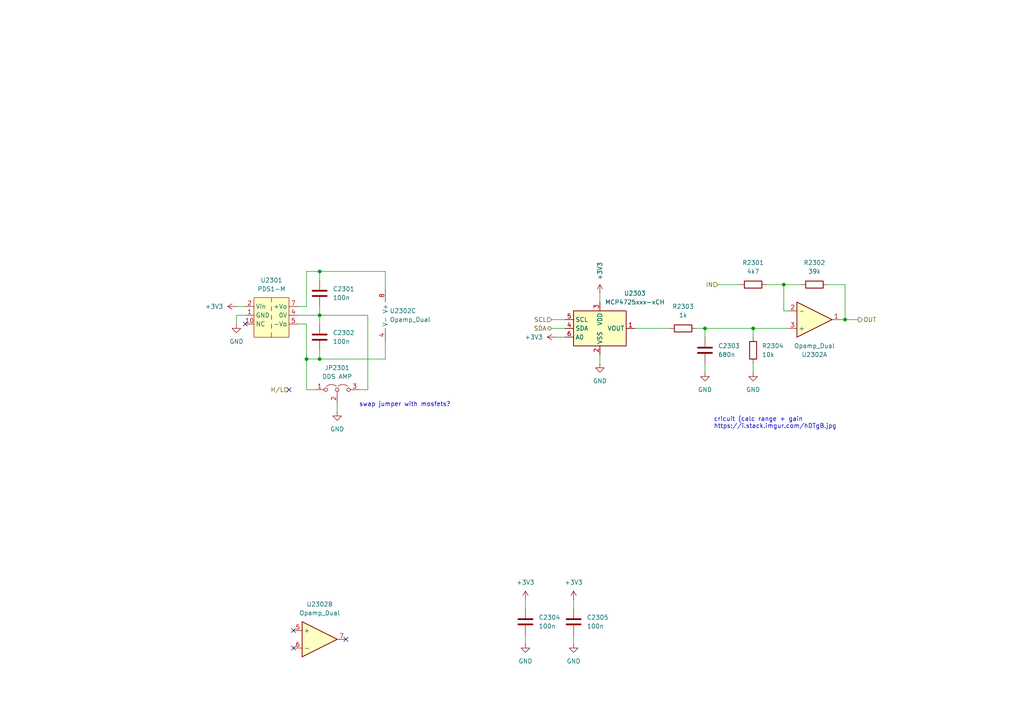
<source format=kicad_sch>
(kicad_sch (version 20211123) (generator eeschema)

  (uuid 475a3c21-f05e-458a-b672-87bd6ba12ab9)

  (paper "A4")

  (lib_symbols
    (symbol "Analog_DAC:MCP4725xxx-xCH" (in_bom yes) (on_board yes)
      (property "Reference" "U" (id 0) (at -6.35 6.35 0)
        (effects (font (size 1.27 1.27)))
      )
      (property "Value" "MCP4725xxx-xCH" (id 1) (at 8.89 6.35 0)
        (effects (font (size 1.27 1.27)))
      )
      (property "Footprint" "Package_TO_SOT_SMD:SOT-23-6" (id 2) (at 0 -6.35 0)
        (effects (font (size 1.27 1.27)) hide)
      )
      (property "Datasheet" "http://ww1.microchip.com/downloads/en/DeviceDoc/22039d.pdf" (id 3) (at 0 0 0)
        (effects (font (size 1.27 1.27)) hide)
      )
      (property "ki_keywords" "dac twi" (id 4) (at 0 0 0)
        (effects (font (size 1.27 1.27)) hide)
      )
      (property "ki_description" "12-bit Digital-to-Analog Converter, integrated EEPROM, I2C interface, SOT-23-6" (id 5) (at 0 0 0)
        (effects (font (size 1.27 1.27)) hide)
      )
      (property "ki_fp_filters" "SOT?23*" (id 6) (at 0 0 0)
        (effects (font (size 1.27 1.27)) hide)
      )
      (symbol "MCP4725xxx-xCH_0_1"
        (rectangle (start -7.62 5.08) (end 7.62 -5.08)
          (stroke (width 0.254) (type default) (color 0 0 0 0))
          (fill (type background))
        )
      )
      (symbol "MCP4725xxx-xCH_1_1"
        (pin output line (at 10.16 0 180) (length 2.54)
          (name "VOUT" (effects (font (size 1.27 1.27))))
          (number "1" (effects (font (size 1.27 1.27))))
        )
        (pin power_in line (at 0 -7.62 90) (length 2.54)
          (name "VSS" (effects (font (size 1.27 1.27))))
          (number "2" (effects (font (size 1.27 1.27))))
        )
        (pin power_in line (at 0 7.62 270) (length 2.54)
          (name "VDD" (effects (font (size 1.27 1.27))))
          (number "3" (effects (font (size 1.27 1.27))))
        )
        (pin bidirectional line (at -10.16 0 0) (length 2.54)
          (name "SDA" (effects (font (size 1.27 1.27))))
          (number "4" (effects (font (size 1.27 1.27))))
        )
        (pin input line (at -10.16 2.54 0) (length 2.54)
          (name "SCL" (effects (font (size 1.27 1.27))))
          (number "5" (effects (font (size 1.27 1.27))))
        )
        (pin input line (at -10.16 -2.54 0) (length 2.54)
          (name "A0" (effects (font (size 1.27 1.27))))
          (number "6" (effects (font (size 1.27 1.27))))
        )
      )
    )
    (symbol "Device:C" (pin_numbers hide) (pin_names (offset 0.254)) (in_bom yes) (on_board yes)
      (property "Reference" "C" (id 0) (at 0.635 2.54 0)
        (effects (font (size 1.27 1.27)) (justify left))
      )
      (property "Value" "C" (id 1) (at 0.635 -2.54 0)
        (effects (font (size 1.27 1.27)) (justify left))
      )
      (property "Footprint" "" (id 2) (at 0.9652 -3.81 0)
        (effects (font (size 1.27 1.27)) hide)
      )
      (property "Datasheet" "~" (id 3) (at 0 0 0)
        (effects (font (size 1.27 1.27)) hide)
      )
      (property "ki_keywords" "cap capacitor" (id 4) (at 0 0 0)
        (effects (font (size 1.27 1.27)) hide)
      )
      (property "ki_description" "Unpolarized capacitor" (id 5) (at 0 0 0)
        (effects (font (size 1.27 1.27)) hide)
      )
      (property "ki_fp_filters" "C_*" (id 6) (at 0 0 0)
        (effects (font (size 1.27 1.27)) hide)
      )
      (symbol "C_0_1"
        (polyline
          (pts
            (xy -2.032 -0.762)
            (xy 2.032 -0.762)
          )
          (stroke (width 0.508) (type default) (color 0 0 0 0))
          (fill (type none))
        )
        (polyline
          (pts
            (xy -2.032 0.762)
            (xy 2.032 0.762)
          )
          (stroke (width 0.508) (type default) (color 0 0 0 0))
          (fill (type none))
        )
      )
      (symbol "C_1_1"
        (pin passive line (at 0 3.81 270) (length 2.794)
          (name "~" (effects (font (size 1.27 1.27))))
          (number "1" (effects (font (size 1.27 1.27))))
        )
        (pin passive line (at 0 -3.81 90) (length 2.794)
          (name "~" (effects (font (size 1.27 1.27))))
          (number "2" (effects (font (size 1.27 1.27))))
        )
      )
    )
    (symbol "Device:Opamp_Dual" (in_bom yes) (on_board yes)
      (property "Reference" "U" (id 0) (at 0 5.08 0)
        (effects (font (size 1.27 1.27)) (justify left))
      )
      (property "Value" "Opamp_Dual" (id 1) (at 0 -5.08 0)
        (effects (font (size 1.27 1.27)) (justify left))
      )
      (property "Footprint" "" (id 2) (at 0 0 0)
        (effects (font (size 1.27 1.27)) hide)
      )
      (property "Datasheet" "~" (id 3) (at 0 0 0)
        (effects (font (size 1.27 1.27)) hide)
      )
      (property "ki_locked" "" (id 4) (at 0 0 0)
        (effects (font (size 1.27 1.27)))
      )
      (property "ki_keywords" "dual opamp" (id 5) (at 0 0 0)
        (effects (font (size 1.27 1.27)) hide)
      )
      (property "ki_description" "Dual operational amplifier" (id 6) (at 0 0 0)
        (effects (font (size 1.27 1.27)) hide)
      )
      (property "ki_fp_filters" "SOIC*3.9x4.9mm*P1.27mm* DIP*W7.62mm* MSOP*3x3mm*P0.65mm* SSOP*2.95x2.8mm*P0.65mm* TSSOP*3x3mm*P0.65mm* VSSOP*P0.5mm* TO?99*" (id 7) (at 0 0 0)
        (effects (font (size 1.27 1.27)) hide)
      )
      (symbol "Opamp_Dual_1_1"
        (polyline
          (pts
            (xy -5.08 5.08)
            (xy 5.08 0)
            (xy -5.08 -5.08)
            (xy -5.08 5.08)
          )
          (stroke (width 0.254) (type default) (color 0 0 0 0))
          (fill (type background))
        )
        (pin output line (at 7.62 0 180) (length 2.54)
          (name "~" (effects (font (size 1.27 1.27))))
          (number "1" (effects (font (size 1.27 1.27))))
        )
        (pin input line (at -7.62 -2.54 0) (length 2.54)
          (name "-" (effects (font (size 1.27 1.27))))
          (number "2" (effects (font (size 1.27 1.27))))
        )
        (pin input line (at -7.62 2.54 0) (length 2.54)
          (name "+" (effects (font (size 1.27 1.27))))
          (number "3" (effects (font (size 1.27 1.27))))
        )
      )
      (symbol "Opamp_Dual_2_1"
        (polyline
          (pts
            (xy -5.08 5.08)
            (xy 5.08 0)
            (xy -5.08 -5.08)
            (xy -5.08 5.08)
          )
          (stroke (width 0.254) (type default) (color 0 0 0 0))
          (fill (type background))
        )
        (pin input line (at -7.62 2.54 0) (length 2.54)
          (name "+" (effects (font (size 1.27 1.27))))
          (number "5" (effects (font (size 1.27 1.27))))
        )
        (pin input line (at -7.62 -2.54 0) (length 2.54)
          (name "-" (effects (font (size 1.27 1.27))))
          (number "6" (effects (font (size 1.27 1.27))))
        )
        (pin output line (at 7.62 0 180) (length 2.54)
          (name "~" (effects (font (size 1.27 1.27))))
          (number "7" (effects (font (size 1.27 1.27))))
        )
      )
      (symbol "Opamp_Dual_3_1"
        (pin power_in line (at -2.54 -7.62 90) (length 3.81)
          (name "V-" (effects (font (size 1.27 1.27))))
          (number "4" (effects (font (size 1.27 1.27))))
        )
        (pin power_in line (at -2.54 7.62 270) (length 3.81)
          (name "V+" (effects (font (size 1.27 1.27))))
          (number "8" (effects (font (size 1.27 1.27))))
        )
      )
    )
    (symbol "Device:R" (pin_numbers hide) (pin_names (offset 0)) (in_bom yes) (on_board yes)
      (property "Reference" "R" (id 0) (at 2.032 0 90)
        (effects (font (size 1.27 1.27)))
      )
      (property "Value" "R" (id 1) (at 0 0 90)
        (effects (font (size 1.27 1.27)))
      )
      (property "Footprint" "" (id 2) (at -1.778 0 90)
        (effects (font (size 1.27 1.27)) hide)
      )
      (property "Datasheet" "~" (id 3) (at 0 0 0)
        (effects (font (size 1.27 1.27)) hide)
      )
      (property "ki_keywords" "R res resistor" (id 4) (at 0 0 0)
        (effects (font (size 1.27 1.27)) hide)
      )
      (property "ki_description" "Resistor" (id 5) (at 0 0 0)
        (effects (font (size 1.27 1.27)) hide)
      )
      (property "ki_fp_filters" "R_*" (id 6) (at 0 0 0)
        (effects (font (size 1.27 1.27)) hide)
      )
      (symbol "R_0_1"
        (rectangle (start -1.016 -2.54) (end 1.016 2.54)
          (stroke (width 0.254) (type default) (color 0 0 0 0))
          (fill (type none))
        )
      )
      (symbol "R_1_1"
        (pin passive line (at 0 3.81 270) (length 1.27)
          (name "~" (effects (font (size 1.27 1.27))))
          (number "1" (effects (font (size 1.27 1.27))))
        )
        (pin passive line (at 0 -3.81 90) (length 1.27)
          (name "~" (effects (font (size 1.27 1.27))))
          (number "2" (effects (font (size 1.27 1.27))))
        )
      )
    )
    (symbol "Jumper:Jumper_3_Open" (pin_names (offset 0) hide) (in_bom yes) (on_board yes)
      (property "Reference" "JP" (id 0) (at -2.54 -2.54 0)
        (effects (font (size 1.27 1.27)))
      )
      (property "Value" "Jumper_3_Open" (id 1) (at 0 2.794 0)
        (effects (font (size 1.27 1.27)))
      )
      (property "Footprint" "" (id 2) (at 0 0 0)
        (effects (font (size 1.27 1.27)) hide)
      )
      (property "Datasheet" "~" (id 3) (at 0 0 0)
        (effects (font (size 1.27 1.27)) hide)
      )
      (property "ki_keywords" "Jumper SPDT" (id 4) (at 0 0 0)
        (effects (font (size 1.27 1.27)) hide)
      )
      (property "ki_description" "Jumper, 3-pole, both open" (id 5) (at 0 0 0)
        (effects (font (size 1.27 1.27)) hide)
      )
      (property "ki_fp_filters" "Jumper* TestPoint*3Pads* TestPoint*Bridge*" (id 6) (at 0 0 0)
        (effects (font (size 1.27 1.27)) hide)
      )
      (symbol "Jumper_3_Open_0_0"
        (circle (center -3.302 0) (radius 0.508)
          (stroke (width 0) (type default) (color 0 0 0 0))
          (fill (type none))
        )
        (circle (center 0 0) (radius 0.508)
          (stroke (width 0) (type default) (color 0 0 0 0))
          (fill (type none))
        )
        (circle (center 3.302 0) (radius 0.508)
          (stroke (width 0) (type default) (color 0 0 0 0))
          (fill (type none))
        )
      )
      (symbol "Jumper_3_Open_0_1"
        (arc (start -0.254 1.016) (mid -1.651 1.4992) (end -3.048 1.016)
          (stroke (width 0) (type default) (color 0 0 0 0))
          (fill (type none))
        )
        (polyline
          (pts
            (xy 0 -0.508)
            (xy 0 -1.27)
          )
          (stroke (width 0) (type default) (color 0 0 0 0))
          (fill (type none))
        )
        (arc (start 3.048 1.016) (mid 1.651 1.4992) (end 0.254 1.016)
          (stroke (width 0) (type default) (color 0 0 0 0))
          (fill (type none))
        )
      )
      (symbol "Jumper_3_Open_1_1"
        (pin passive line (at -6.35 0 0) (length 2.54)
          (name "A" (effects (font (size 1.27 1.27))))
          (number "1" (effects (font (size 1.27 1.27))))
        )
        (pin passive line (at 0 -3.81 90) (length 2.54)
          (name "C" (effects (font (size 1.27 1.27))))
          (number "2" (effects (font (size 1.27 1.27))))
        )
        (pin passive line (at 6.35 0 180) (length 2.54)
          (name "B" (effects (font (size 1.27 1.27))))
          (number "3" (effects (font (size 1.27 1.27))))
        )
      )
    )
    (symbol "XL6009:PDS1-M" (in_bom yes) (on_board yes)
      (property "Reference" "U" (id 0) (at 0 8.89 0)
        (effects (font (size 1.27 1.27)))
      )
      (property "Value" "PDS1-M" (id 1) (at 0 6.35 0)
        (effects (font (size 1.27 1.27)))
      )
      (property "Footprint" "" (id 2) (at 0 6.35 0)
        (effects (font (size 1.27 1.27)) hide)
      )
      (property "Datasheet" "" (id 3) (at 0 6.35 0)
        (effects (font (size 1.27 1.27)) hide)
      )
      (symbol "PDS1-M_0_1"
        (rectangle (start -5.08 5.08) (end 5.08 -6.35)
          (stroke (width 0) (type default) (color 0 0 0 0))
          (fill (type background))
        )
        (polyline
          (pts
            (xy 0 -5.08)
            (xy 0 -6.35)
          )
          (stroke (width 0) (type default) (color 0 0 0 0))
          (fill (type none))
        )
        (polyline
          (pts
            (xy 0 -2.54)
            (xy 0 -3.81)
          )
          (stroke (width 0) (type default) (color 0 0 0 0))
          (fill (type none))
        )
        (polyline
          (pts
            (xy 0 0)
            (xy 0 -1.27)
          )
          (stroke (width 0) (type default) (color 0 0 0 0))
          (fill (type none))
        )
        (polyline
          (pts
            (xy 0 2.54)
            (xy 0 1.27)
          )
          (stroke (width 0) (type default) (color 0 0 0 0))
          (fill (type none))
        )
        (polyline
          (pts
            (xy 0 5.08)
            (xy 0 3.81)
          )
          (stroke (width 0) (type default) (color 0 0 0 0))
          (fill (type none))
        )
      )
      (symbol "PDS1-M_1_1"
        (pin input line (at -7.62 0 0) (length 2.54)
          (name "GND" (effects (font (size 1.27 1.27))))
          (number "1" (effects (font (size 1.27 1.27))))
        )
        (pin passive line (at -7.62 -2.54 0) (length 2.54)
          (name "NC" (effects (font (size 1.27 1.27))))
          (number "10" (effects (font (size 1.27 1.27))))
        )
        (pin power_in line (at -7.62 2.54 0) (length 2.54)
          (name "Vin" (effects (font (size 1.27 1.27))))
          (number "2" (effects (font (size 1.27 1.27))))
        )
        (pin power_out line (at 7.62 0 180) (length 2.54)
          (name "0V" (effects (font (size 1.27 1.27))))
          (number "4" (effects (font (size 1.27 1.27))))
        )
        (pin power_out line (at 7.62 -2.54 180) (length 2.54)
          (name "-Vo" (effects (font (size 1.27 1.27))))
          (number "5" (effects (font (size 1.27 1.27))))
        )
        (pin power_out line (at 7.62 2.54 180) (length 2.54)
          (name "+Vo" (effects (font (size 1.27 1.27))))
          (number "7" (effects (font (size 1.27 1.27))))
        )
      )
    )
    (symbol "power:+3V3" (power) (pin_names (offset 0)) (in_bom yes) (on_board yes)
      (property "Reference" "#PWR" (id 0) (at 0 -3.81 0)
        (effects (font (size 1.27 1.27)) hide)
      )
      (property "Value" "+3V3" (id 1) (at 0 3.556 0)
        (effects (font (size 1.27 1.27)))
      )
      (property "Footprint" "" (id 2) (at 0 0 0)
        (effects (font (size 1.27 1.27)) hide)
      )
      (property "Datasheet" "" (id 3) (at 0 0 0)
        (effects (font (size 1.27 1.27)) hide)
      )
      (property "ki_keywords" "power-flag" (id 4) (at 0 0 0)
        (effects (font (size 1.27 1.27)) hide)
      )
      (property "ki_description" "Power symbol creates a global label with name \"+3V3\"" (id 5) (at 0 0 0)
        (effects (font (size 1.27 1.27)) hide)
      )
      (symbol "+3V3_0_1"
        (polyline
          (pts
            (xy -0.762 1.27)
            (xy 0 2.54)
          )
          (stroke (width 0) (type default) (color 0 0 0 0))
          (fill (type none))
        )
        (polyline
          (pts
            (xy 0 0)
            (xy 0 2.54)
          )
          (stroke (width 0) (type default) (color 0 0 0 0))
          (fill (type none))
        )
        (polyline
          (pts
            (xy 0 2.54)
            (xy 0.762 1.27)
          )
          (stroke (width 0) (type default) (color 0 0 0 0))
          (fill (type none))
        )
      )
      (symbol "+3V3_1_1"
        (pin power_in line (at 0 0 90) (length 0) hide
          (name "+3V3" (effects (font (size 1.27 1.27))))
          (number "1" (effects (font (size 1.27 1.27))))
        )
      )
    )
    (symbol "power:GND" (power) (pin_names (offset 0)) (in_bom yes) (on_board yes)
      (property "Reference" "#PWR" (id 0) (at 0 -6.35 0)
        (effects (font (size 1.27 1.27)) hide)
      )
      (property "Value" "GND" (id 1) (at 0 -3.81 0)
        (effects (font (size 1.27 1.27)))
      )
      (property "Footprint" "" (id 2) (at 0 0 0)
        (effects (font (size 1.27 1.27)) hide)
      )
      (property "Datasheet" "" (id 3) (at 0 0 0)
        (effects (font (size 1.27 1.27)) hide)
      )
      (property "ki_keywords" "power-flag" (id 4) (at 0 0 0)
        (effects (font (size 1.27 1.27)) hide)
      )
      (property "ki_description" "Power symbol creates a global label with name \"GND\" , ground" (id 5) (at 0 0 0)
        (effects (font (size 1.27 1.27)) hide)
      )
      (symbol "GND_0_1"
        (polyline
          (pts
            (xy 0 0)
            (xy 0 -1.27)
            (xy 1.27 -1.27)
            (xy 0 -2.54)
            (xy -1.27 -1.27)
            (xy 0 -1.27)
          )
          (stroke (width 0) (type default) (color 0 0 0 0))
          (fill (type none))
        )
      )
      (symbol "GND_1_1"
        (pin power_in line (at 0 0 270) (length 0) hide
          (name "GND" (effects (font (size 1.27 1.27))))
          (number "1" (effects (font (size 1.27 1.27))))
        )
      )
    )
  )


  (junction (at 245.11 92.71) (diameter 0) (color 0 0 0 0)
    (uuid 0194ec11-aee0-42be-aaae-b3ddbdf11a1b)
  )
  (junction (at 92.71 104.14) (diameter 0) (color 0 0 0 0)
    (uuid 50fc1c29-d361-43dd-a0fb-8c9fe60d0659)
  )
  (junction (at 204.47 95.25) (diameter 0) (color 0 0 0 0)
    (uuid 771fd330-5afb-4f1a-93d9-147bf1bc4eb9)
  )
  (junction (at 92.71 78.74) (diameter 0) (color 0 0 0 0)
    (uuid 80a147fb-6dbd-4b69-97d7-e1d0085fea02)
  )
  (junction (at 92.71 91.44) (diameter 0) (color 0 0 0 0)
    (uuid a7ab681e-ca75-4249-abe0-b974669dca95)
  )
  (junction (at 218.44 95.25) (diameter 0) (color 0 0 0 0)
    (uuid e8ba2b9b-f96c-42eb-8862-11b9ff2e875c)
  )
  (junction (at 88.9 104.14) (diameter 0) (color 0 0 0 0)
    (uuid ea0fa481-c460-47e0-bb8b-e8b9be8a3ca5)
  )
  (junction (at 227.33 82.55) (diameter 0) (color 0 0 0 0)
    (uuid f981e572-48c7-4643-95c2-4bc7f2d92585)
  )

  (no_connect (at 100.33 185.42) (uuid 4fd885cd-0832-4684-9f83-297aa008128d))
  (no_connect (at 85.09 187.96) (uuid 4fd885cd-0832-4684-9f83-297aa008128e))
  (no_connect (at 85.09 182.88) (uuid 4fd885cd-0832-4684-9f83-297aa008128f))
  (no_connect (at 71.12 93.98) (uuid 99b659e4-b648-4dd6-afbc-b3c318c98c4f))
  (no_connect (at 83.82 113.03) (uuid b7cca04b-3f89-43d2-b471-ddb03d8bdb06))

  (wire (pts (xy 92.71 104.14) (xy 111.76 104.14))
    (stroke (width 0) (type default) (color 0 0 0 0))
    (uuid 077c587b-908a-4bf9-9f9d-db44338ef445)
  )
  (wire (pts (xy 68.58 93.98) (xy 68.58 91.44))
    (stroke (width 0) (type default) (color 0 0 0 0))
    (uuid 155f7ea7-40f1-4d2c-a1f1-f555a113cd0b)
  )
  (wire (pts (xy 184.15 95.25) (xy 194.31 95.25))
    (stroke (width 0) (type default) (color 0 0 0 0))
    (uuid 1631204c-99ee-4a0b-b8d6-29f43dd2d404)
  )
  (wire (pts (xy 88.9 78.74) (xy 92.71 78.74))
    (stroke (width 0) (type default) (color 0 0 0 0))
    (uuid 180641f5-927d-4f97-8464-eadd67f1971e)
  )
  (wire (pts (xy 201.93 95.25) (xy 204.47 95.25))
    (stroke (width 0) (type default) (color 0 0 0 0))
    (uuid 1ce4c51c-3576-46e5-8178-a9dfa6fe5154)
  )
  (wire (pts (xy 88.9 93.98) (xy 88.9 104.14))
    (stroke (width 0) (type default) (color 0 0 0 0))
    (uuid 229be640-c774-436f-9078-1ca3a1697df7)
  )
  (wire (pts (xy 97.79 119.38) (xy 97.79 116.84))
    (stroke (width 0) (type default) (color 0 0 0 0))
    (uuid 22b0bbd0-23f7-4b1d-8fba-105afc5aaede)
  )
  (wire (pts (xy 152.4 173.99) (xy 152.4 176.53))
    (stroke (width 0) (type default) (color 0 0 0 0))
    (uuid 31f6ed0e-edcf-4350-b520-352eac81cdcf)
  )
  (wire (pts (xy 106.68 113.03) (xy 106.68 91.44))
    (stroke (width 0) (type default) (color 0 0 0 0))
    (uuid 351863ad-fbf0-46c9-946b-22ec28be7edb)
  )
  (wire (pts (xy 160.02 92.71) (xy 163.83 92.71))
    (stroke (width 0) (type default) (color 0 0 0 0))
    (uuid 38486017-69a5-4fcf-85f4-051df9d3f784)
  )
  (wire (pts (xy 92.71 91.44) (xy 92.71 88.9))
    (stroke (width 0) (type default) (color 0 0 0 0))
    (uuid 38e75689-26e2-4637-b1aa-16850bed893d)
  )
  (wire (pts (xy 245.11 82.55) (xy 245.11 92.71))
    (stroke (width 0) (type default) (color 0 0 0 0))
    (uuid 492af52f-2bca-44d2-bcea-136c8eef94c4)
  )
  (wire (pts (xy 92.71 78.74) (xy 92.71 81.28))
    (stroke (width 0) (type default) (color 0 0 0 0))
    (uuid 49e24e01-2c9d-428a-81f7-be20dd3ba23b)
  )
  (wire (pts (xy 68.58 88.9) (xy 71.12 88.9))
    (stroke (width 0) (type default) (color 0 0 0 0))
    (uuid 4cd5fb27-3e17-4307-8e5d-1555c252f7a3)
  )
  (wire (pts (xy 166.37 186.69) (xy 166.37 184.15))
    (stroke (width 0) (type default) (color 0 0 0 0))
    (uuid 55171f33-8127-44f3-bd99-8f436bff3187)
  )
  (wire (pts (xy 227.33 82.55) (xy 232.41 82.55))
    (stroke (width 0) (type default) (color 0 0 0 0))
    (uuid 5e9fa54c-737d-48c9-a9f8-e65645714b5c)
  )
  (wire (pts (xy 218.44 95.25) (xy 228.6 95.25))
    (stroke (width 0) (type default) (color 0 0 0 0))
    (uuid 6392e041-5aaa-44e3-b5d0-da005654746a)
  )
  (wire (pts (xy 218.44 107.95) (xy 218.44 105.41))
    (stroke (width 0) (type default) (color 0 0 0 0))
    (uuid 64c68a9d-c78a-4d11-a67d-90191660333c)
  )
  (wire (pts (xy 243.84 92.71) (xy 245.11 92.71))
    (stroke (width 0) (type default) (color 0 0 0 0))
    (uuid 65034e2b-7aa0-4ee9-a717-447e4d38bc29)
  )
  (wire (pts (xy 227.33 90.17) (xy 228.6 90.17))
    (stroke (width 0) (type default) (color 0 0 0 0))
    (uuid 6cd5cc54-c966-4302-bbbc-0a3ab093c5a8)
  )
  (wire (pts (xy 88.9 104.14) (xy 92.71 104.14))
    (stroke (width 0) (type default) (color 0 0 0 0))
    (uuid 6f0b2273-7f80-4a75-860a-71cd6ca5de1d)
  )
  (wire (pts (xy 227.33 90.17) (xy 227.33 82.55))
    (stroke (width 0) (type default) (color 0 0 0 0))
    (uuid 7274b676-e54c-4a54-adb4-cf82f43f0dd8)
  )
  (wire (pts (xy 152.4 186.69) (xy 152.4 184.15))
    (stroke (width 0) (type default) (color 0 0 0 0))
    (uuid 7b2a8a0b-550b-4a61-8404-ec362722e96d)
  )
  (wire (pts (xy 208.28 82.55) (xy 214.63 82.55))
    (stroke (width 0) (type default) (color 0 0 0 0))
    (uuid 7d0009fc-a443-46b2-8339-41964e8892f4)
  )
  (wire (pts (xy 86.36 88.9) (xy 88.9 88.9))
    (stroke (width 0) (type default) (color 0 0 0 0))
    (uuid 8357b905-b910-4fa9-afbe-2f572080d02d)
  )
  (wire (pts (xy 245.11 92.71) (xy 248.92 92.71))
    (stroke (width 0) (type default) (color 0 0 0 0))
    (uuid 89d6afc3-3212-4f56-bf37-27b5ec6d9afe)
  )
  (wire (pts (xy 222.25 82.55) (xy 227.33 82.55))
    (stroke (width 0) (type default) (color 0 0 0 0))
    (uuid 8dda3ed9-40aa-4ced-bf15-ad2cb911a1ac)
  )
  (wire (pts (xy 86.36 91.44) (xy 92.71 91.44))
    (stroke (width 0) (type default) (color 0 0 0 0))
    (uuid 8fd82605-8aff-4ee0-8a92-81f95504a88d)
  )
  (wire (pts (xy 204.47 107.95) (xy 204.47 105.41))
    (stroke (width 0) (type default) (color 0 0 0 0))
    (uuid 9a2db3da-af2d-48ef-91f4-463653d9fdf2)
  )
  (wire (pts (xy 204.47 95.25) (xy 218.44 95.25))
    (stroke (width 0) (type default) (color 0 0 0 0))
    (uuid 9b3f0cbe-4071-40aa-bf35-c41ab65d5dd5)
  )
  (wire (pts (xy 91.44 113.03) (xy 88.9 113.03))
    (stroke (width 0) (type default) (color 0 0 0 0))
    (uuid 9d40c6a2-2e61-49e4-9d76-402e4386f6fa)
  )
  (wire (pts (xy 86.36 93.98) (xy 88.9 93.98))
    (stroke (width 0) (type default) (color 0 0 0 0))
    (uuid 9e63bf19-8d16-4cbf-b14a-36fb3fadbefe)
  )
  (wire (pts (xy 92.71 91.44) (xy 92.71 93.98))
    (stroke (width 0) (type default) (color 0 0 0 0))
    (uuid a0f43a5d-d049-45d3-adf3-83c851154f2f)
  )
  (wire (pts (xy 160.02 95.25) (xy 163.83 95.25))
    (stroke (width 0) (type default) (color 0 0 0 0))
    (uuid a1ba98b6-35fe-415e-befb-9a634f4205ae)
  )
  (wire (pts (xy 204.47 95.25) (xy 204.47 97.79))
    (stroke (width 0) (type default) (color 0 0 0 0))
    (uuid ab409b03-f582-46b1-b221-e3c7c3313cd8)
  )
  (wire (pts (xy 173.99 105.41) (xy 173.99 102.87))
    (stroke (width 0) (type default) (color 0 0 0 0))
    (uuid ab42ebf7-0ee1-4e33-898c-15fccba78cc9)
  )
  (wire (pts (xy 173.99 85.09) (xy 173.99 87.63))
    (stroke (width 0) (type default) (color 0 0 0 0))
    (uuid b486f4d6-6426-459f-a7c2-9ccd7e21d096)
  )
  (wire (pts (xy 106.68 91.44) (xy 92.71 91.44))
    (stroke (width 0) (type default) (color 0 0 0 0))
    (uuid b8fc16dd-9228-45cb-a045-18377b6daa79)
  )
  (wire (pts (xy 104.14 113.03) (xy 106.68 113.03))
    (stroke (width 0) (type default) (color 0 0 0 0))
    (uuid bfa72d0e-44dc-4b40-bac8-d1c772eb8d64)
  )
  (wire (pts (xy 88.9 88.9) (xy 88.9 78.74))
    (stroke (width 0) (type default) (color 0 0 0 0))
    (uuid c21ff83b-3591-4b24-bbb4-8094337f6a13)
  )
  (wire (pts (xy 218.44 97.79) (xy 218.44 95.25))
    (stroke (width 0) (type default) (color 0 0 0 0))
    (uuid c432ed74-d3f9-4310-aa85-becda3938f53)
  )
  (wire (pts (xy 111.76 83.82) (xy 111.76 78.74))
    (stroke (width 0) (type default) (color 0 0 0 0))
    (uuid c78b906e-555d-422e-aac6-f1c265350787)
  )
  (wire (pts (xy 240.03 82.55) (xy 245.11 82.55))
    (stroke (width 0) (type default) (color 0 0 0 0))
    (uuid d78e99ef-b963-45ab-a0b0-bb79a7fa9871)
  )
  (wire (pts (xy 88.9 113.03) (xy 88.9 104.14))
    (stroke (width 0) (type default) (color 0 0 0 0))
    (uuid e837ba2f-f5d5-419c-8cbf-b23ae912602e)
  )
  (wire (pts (xy 68.58 91.44) (xy 71.12 91.44))
    (stroke (width 0) (type default) (color 0 0 0 0))
    (uuid f1b9d1e2-ee65-49d9-a998-28d5d4c14c56)
  )
  (wire (pts (xy 92.71 78.74) (xy 111.76 78.74))
    (stroke (width 0) (type default) (color 0 0 0 0))
    (uuid f24a0f5a-7ab0-4d66-848e-a9b8d3375a58)
  )
  (wire (pts (xy 166.37 173.99) (xy 166.37 176.53))
    (stroke (width 0) (type default) (color 0 0 0 0))
    (uuid f56b9ba4-7775-491d-9e6b-5499f32aa00c)
  )
  (wire (pts (xy 161.29 97.79) (xy 163.83 97.79))
    (stroke (width 0) (type default) (color 0 0 0 0))
    (uuid f892dc38-db17-4e1c-911f-a99bbcd4cb84)
  )
  (wire (pts (xy 92.71 104.14) (xy 92.71 101.6))
    (stroke (width 0) (type default) (color 0 0 0 0))
    (uuid fa74ec4e-9ace-4228-b828-dd508f169201)
  )
  (wire (pts (xy 111.76 99.06) (xy 111.76 104.14))
    (stroke (width 0) (type default) (color 0 0 0 0))
    (uuid ffbb9f19-8b8e-4953-8b7e-84417ed60ac9)
  )

  (text "swap jumper with mosfets?" (at 104.14 118.11 0)
    (effects (font (size 1.27 1.27)) (justify left bottom))
    (uuid 61ae2d9b-0708-4415-bea9-d3445ceb1f69)
  )
  (text "cricuit (calc range + gain\nhttps://i.stack.imgur.com/hDTgB.jpg"
    (at 207.01 124.46 0)
    (effects (font (size 1.27 1.27)) (justify left bottom))
    (uuid b4880041-e037-4d90-b501-a954048a9901)
  )

  (hierarchical_label "OUT" (shape output) (at 248.92 92.71 0)
    (effects (font (size 1.27 1.27)) (justify left))
    (uuid 0b61816d-5e9d-47c4-88df-57ea26300b25)
  )
  (hierarchical_label "IN" (shape input) (at 208.28 82.55 180)
    (effects (font (size 1.27 1.27)) (justify right))
    (uuid 1956cb96-e1a4-4c99-8779-f36d1da9b478)
  )
  (hierarchical_label "H{slash}L" (shape input) (at 83.82 113.03 180)
    (effects (font (size 1.27 1.27)) (justify right))
    (uuid 5cc50cf8-410d-4ed9-87a0-2dffde875fb4)
  )
  (hierarchical_label "SDA" (shape bidirectional) (at 160.02 95.25 180)
    (effects (font (size 1.27 1.27)) (justify right))
    (uuid a267cf50-4e1f-4a2f-9d23-abd7de46c8f0)
  )
  (hierarchical_label "SCL" (shape input) (at 160.02 92.71 180)
    (effects (font (size 1.27 1.27)) (justify right))
    (uuid d2a88a76-a960-4698-985d-4c187b260045)
  )

  (symbol (lib_id "Device:C") (at 152.4 180.34 0) (unit 1)
    (in_bom yes) (on_board yes) (fields_autoplaced)
    (uuid 00d5ff79-ec77-42c4-9a3f-6ee181384e5b)
    (property "Reference" "C2304" (id 0) (at 156.21 179.0699 0)
      (effects (font (size 1.27 1.27)) (justify left))
    )
    (property "Value" "100n" (id 1) (at 156.21 181.6099 0)
      (effects (font (size 1.27 1.27)) (justify left))
    )
    (property "Footprint" "Capacitor_SMD:C_0603_1608Metric" (id 2) (at 153.3652 184.15 0)
      (effects (font (size 1.27 1.27)) hide)
    )
    (property "Datasheet" "~" (id 3) (at 152.4 180.34 0)
      (effects (font (size 1.27 1.27)) hide)
    )
    (pin "1" (uuid fae8286d-144a-4325-ae3a-3dfeaea7a9aa))
    (pin "2" (uuid 6f83dd1b-d68d-408f-8464-20784ead23cd))
  )

  (symbol (lib_id "power:GND") (at 97.79 119.38 0) (unit 1)
    (in_bom yes) (on_board yes) (fields_autoplaced)
    (uuid 0ae2001b-8c1f-4833-8a31-e76dd68c628e)
    (property "Reference" "#PWR02308" (id 0) (at 97.79 125.73 0)
      (effects (font (size 1.27 1.27)) hide)
    )
    (property "Value" "GND" (id 1) (at 97.79 124.46 0))
    (property "Footprint" "" (id 2) (at 97.79 119.38 0)
      (effects (font (size 1.27 1.27)) hide)
    )
    (property "Datasheet" "" (id 3) (at 97.79 119.38 0)
      (effects (font (size 1.27 1.27)) hide)
    )
    (pin "1" (uuid 7f15c347-3a8f-41e0-bbd2-4c334e5ef035))
  )

  (symbol (lib_id "power:+3V3") (at 173.99 85.09 0) (unit 1)
    (in_bom yes) (on_board yes) (fields_autoplaced)
    (uuid 17dbb358-301c-439a-b40a-97398206eb0e)
    (property "Reference" "#PWR02301" (id 0) (at 173.99 88.9 0)
      (effects (font (size 1.27 1.27)) hide)
    )
    (property "Value" "+3V3" (id 1) (at 173.9901 81.28 90)
      (effects (font (size 1.27 1.27)) (justify left))
    )
    (property "Footprint" "" (id 2) (at 173.99 85.09 0)
      (effects (font (size 1.27 1.27)) hide)
    )
    (property "Datasheet" "" (id 3) (at 173.99 85.09 0)
      (effects (font (size 1.27 1.27)) hide)
    )
    (pin "1" (uuid 27085bd9-9901-4df9-a415-a77cd3bd9be0))
  )

  (symbol (lib_id "Device:R") (at 236.22 82.55 90) (unit 1)
    (in_bom yes) (on_board yes) (fields_autoplaced)
    (uuid 1b678904-b0ee-4193-ab59-88d1dee1063e)
    (property "Reference" "R2302" (id 0) (at 236.22 76.2 90))
    (property "Value" "39k" (id 1) (at 236.22 78.74 90))
    (property "Footprint" "Resistor_SMD:R_0603_1608Metric" (id 2) (at 236.22 84.328 90)
      (effects (font (size 1.27 1.27)) hide)
    )
    (property "Datasheet" "~" (id 3) (at 236.22 82.55 0)
      (effects (font (size 1.27 1.27)) hide)
    )
    (pin "1" (uuid 0cbb63bb-88fc-414a-8ae8-48d60513600b))
    (pin "2" (uuid ca8d0845-421f-4219-a54c-84d95437f2f7))
  )

  (symbol (lib_id "Device:Opamp_Dual") (at 114.3 91.44 0) (unit 3)
    (in_bom yes) (on_board yes) (fields_autoplaced)
    (uuid 1eb19d4b-ea0c-4668-b64e-5dd4c6b51dd1)
    (property "Reference" "U2302" (id 0) (at 113.03 90.1699 0)
      (effects (font (size 1.27 1.27)) (justify left))
    )
    (property "Value" "Opamp_Dual" (id 1) (at 113.03 92.7099 0)
      (effects (font (size 1.27 1.27)) (justify left))
    )
    (property "Footprint" "Package_SO:SOIC-8_3.9x4.9mm_P1.27mm" (id 2) (at 114.3 91.44 0)
      (effects (font (size 1.27 1.27)) hide)
    )
    (property "Datasheet" "~" (id 3) (at 114.3 91.44 0)
      (effects (font (size 1.27 1.27)) hide)
    )
    (pin "1" (uuid c2bc4ddb-41d7-4de1-93e8-d5c4f47c4069))
    (pin "2" (uuid b3168719-9cb1-4b0e-9d57-b64535359b83))
    (pin "3" (uuid d1a0d0c0-79b0-4ccf-bc06-62d6b3f01fd1))
    (pin "5" (uuid ba9443a3-c11d-4650-9daf-a5ae17609a2f))
    (pin "6" (uuid 2f7b6c23-99a6-4fa2-95ea-a4d0c720f038))
    (pin "7" (uuid 68f831ce-9274-4b56-b5ab-8a14396680de))
    (pin "4" (uuid 2014765c-f177-4cf0-a941-c61ba5a90307))
    (pin "8" (uuid 1f5a6e60-6bef-4e42-ab7c-6351c8de9fb8))
  )

  (symbol (lib_id "Jumper:Jumper_3_Open") (at 97.79 113.03 0) (unit 1)
    (in_bom yes) (on_board yes) (fields_autoplaced)
    (uuid 2252b008-dbbe-4e82-a91c-070a91f86cad)
    (property "Reference" "JP2301" (id 0) (at 97.79 106.68 0))
    (property "Value" "DDS AMP" (id 1) (at 97.79 109.22 0))
    (property "Footprint" "Connector_PinHeader_2.54mm:PinHeader_1x03_P2.54mm_Vertical" (id 2) (at 97.79 113.03 0)
      (effects (font (size 1.27 1.27)) hide)
    )
    (property "Datasheet" "~" (id 3) (at 97.79 113.03 0)
      (effects (font (size 1.27 1.27)) hide)
    )
    (pin "1" (uuid e92be266-feab-4800-8bbc-d390a7907279))
    (pin "2" (uuid ca5378ef-24b1-40b3-bbc0-9df7f2689862))
    (pin "3" (uuid 8c10bad8-d139-4b8a-8ea7-dec81667b9be))
  )

  (symbol (lib_id "Device:Opamp_Dual") (at 236.22 92.71 0) (mirror x) (unit 1)
    (in_bom yes) (on_board yes) (fields_autoplaced)
    (uuid 2cfdf8f4-9e27-4550-a55d-8d2f7b5a06a9)
    (property "Reference" "U2302" (id 0) (at 236.22 102.87 0))
    (property "Value" "Opamp_Dual" (id 1) (at 236.22 100.33 0))
    (property "Footprint" "Package_SO:SOIC-8_3.9x4.9mm_P1.27mm" (id 2) (at 236.22 92.71 0)
      (effects (font (size 1.27 1.27)) hide)
    )
    (property "Datasheet" "~" (id 3) (at 236.22 92.71 0)
      (effects (font (size 1.27 1.27)) hide)
    )
    (pin "1" (uuid 8b657f45-7c9c-4f91-a64d-309f513af135))
    (pin "2" (uuid 91ff1d95-f07b-48fd-905f-e34620a67305))
    (pin "3" (uuid 536ef991-0c14-4f88-86c8-56025a66ef76))
    (pin "5" (uuid f517e235-ce7f-425f-a3dd-fc53a0044ff2))
    (pin "6" (uuid a467f82b-f1e3-4427-84e9-8d64265d882f))
    (pin "7" (uuid 58b4dcca-be80-4a26-a6e8-46820ff0825f))
    (pin "4" (uuid 6bbfc6d6-7ec0-44f9-ab62-9b26a64f3ffd))
    (pin "8" (uuid 9d4d3249-8ac2-444f-a4fe-828cf58e6621))
  )

  (symbol (lib_id "Analog_DAC:MCP4725xxx-xCH") (at 173.99 95.25 0) (unit 1)
    (in_bom yes) (on_board yes)
    (uuid 395db46e-c543-43e7-947d-4e4501baff67)
    (property "Reference" "U2303" (id 0) (at 184.15 85.09 0))
    (property "Value" "MCP4725xxx-xCH" (id 1) (at 184.15 87.63 0))
    (property "Footprint" "Package_TO_SOT_SMD:SOT-23-6" (id 2) (at 173.99 101.6 0)
      (effects (font (size 1.27 1.27)) hide)
    )
    (property "Datasheet" "http://ww1.microchip.com/downloads/en/DeviceDoc/22039d.pdf" (id 3) (at 173.99 95.25 0)
      (effects (font (size 1.27 1.27)) hide)
    )
    (pin "1" (uuid 9bd495f2-dc52-42f5-b6f8-30451f2ff839))
    (pin "2" (uuid 4e22e2f2-51bd-4776-9905-e9c4f2ac61dd))
    (pin "3" (uuid dd330e32-7dc1-45ce-bf58-e772f8eff82f))
    (pin "4" (uuid d21135a2-8010-4997-80de-08de3eefc72a))
    (pin "5" (uuid 5ae58545-b522-4608-9b8d-a91d304e5650))
    (pin "6" (uuid 57b03ce9-6a2c-4f8c-926f-8d19ed2a8dd3))
  )

  (symbol (lib_id "power:GND") (at 173.99 105.41 0) (unit 1)
    (in_bom yes) (on_board yes) (fields_autoplaced)
    (uuid 39aad4d9-df3d-4460-90bd-3f138c240aad)
    (property "Reference" "#PWR02305" (id 0) (at 173.99 111.76 0)
      (effects (font (size 1.27 1.27)) hide)
    )
    (property "Value" "GND" (id 1) (at 173.99 110.49 0))
    (property "Footprint" "" (id 2) (at 173.99 105.41 0)
      (effects (font (size 1.27 1.27)) hide)
    )
    (property "Datasheet" "" (id 3) (at 173.99 105.41 0)
      (effects (font (size 1.27 1.27)) hide)
    )
    (pin "1" (uuid 1a0ca4af-f3ca-4691-963a-fb593ae13143))
  )

  (symbol (lib_id "Device:R") (at 218.44 82.55 270) (unit 1)
    (in_bom yes) (on_board yes) (fields_autoplaced)
    (uuid 408d15d4-202e-463a-ae86-410dbd382646)
    (property "Reference" "R2301" (id 0) (at 218.44 76.2 90))
    (property "Value" "4k7" (id 1) (at 218.44 78.74 90))
    (property "Footprint" "Resistor_SMD:R_0603_1608Metric" (id 2) (at 218.44 80.772 90)
      (effects (font (size 1.27 1.27)) hide)
    )
    (property "Datasheet" "~" (id 3) (at 218.44 82.55 0)
      (effects (font (size 1.27 1.27)) hide)
    )
    (pin "1" (uuid 0eb7dc49-6c8f-4d48-ac04-e55354d1c8a3))
    (pin "2" (uuid 97f676f8-1f73-4df1-bb6f-3fb405ce76f0))
  )

  (symbol (lib_id "power:GND") (at 218.44 107.95 0) (unit 1)
    (in_bom yes) (on_board yes) (fields_autoplaced)
    (uuid 41a7733e-b0fb-42d6-9297-40e2ccd4eba7)
    (property "Reference" "#PWR02307" (id 0) (at 218.44 114.3 0)
      (effects (font (size 1.27 1.27)) hide)
    )
    (property "Value" "GND" (id 1) (at 218.44 113.03 0))
    (property "Footprint" "" (id 2) (at 218.44 107.95 0)
      (effects (font (size 1.27 1.27)) hide)
    )
    (property "Datasheet" "" (id 3) (at 218.44 107.95 0)
      (effects (font (size 1.27 1.27)) hide)
    )
    (pin "1" (uuid cc45435f-77f9-46b0-824a-064cdcfd78f7))
  )

  (symbol (lib_id "Device:Opamp_Dual") (at 92.71 185.42 0) (unit 2)
    (in_bom yes) (on_board yes) (fields_autoplaced)
    (uuid 4bf475a7-c99d-42d1-8fde-a0d9bac2583f)
    (property "Reference" "U2302" (id 0) (at 92.71 175.26 0))
    (property "Value" "Opamp_Dual" (id 1) (at 92.71 177.8 0))
    (property "Footprint" "Package_SO:SOIC-8_3.9x4.9mm_P1.27mm" (id 2) (at 92.71 185.42 0)
      (effects (font (size 1.27 1.27)) hide)
    )
    (property "Datasheet" "~" (id 3) (at 92.71 185.42 0)
      (effects (font (size 1.27 1.27)) hide)
    )
    (pin "1" (uuid 5498bdad-c3fe-4730-b4f0-9be9a1a81ef0))
    (pin "2" (uuid 146e504f-eb22-4327-a7d4-694eb44650eb))
    (pin "3" (uuid d59f88a6-a242-4054-a110-907f87fabf42))
    (pin "5" (uuid 0ac4bce6-51c9-4b06-b57e-60c9e7ec7f48))
    (pin "6" (uuid 5b4d1440-ce86-40c7-9688-1f321d789079))
    (pin "7" (uuid 45b90d56-3c01-467d-83f1-802dd6ef6c98))
    (pin "4" (uuid 8dcdfd76-1735-4753-8867-02321afb21a0))
    (pin "8" (uuid 2ced3920-3645-4804-b013-dbe75c30b63e))
  )

  (symbol (lib_id "power:+3V3") (at 68.58 88.9 90) (unit 1)
    (in_bom yes) (on_board yes) (fields_autoplaced)
    (uuid 5225761e-a864-4d1d-ad83-72402567cc95)
    (property "Reference" "#PWR02302" (id 0) (at 72.39 88.9 0)
      (effects (font (size 1.27 1.27)) hide)
    )
    (property "Value" "+3V3" (id 1) (at 64.77 88.8999 90)
      (effects (font (size 1.27 1.27)) (justify left))
    )
    (property "Footprint" "" (id 2) (at 68.58 88.9 0)
      (effects (font (size 1.27 1.27)) hide)
    )
    (property "Datasheet" "" (id 3) (at 68.58 88.9 0)
      (effects (font (size 1.27 1.27)) hide)
    )
    (pin "1" (uuid ff27b865-0a58-432e-8aea-6712fe8f00f3))
  )

  (symbol (lib_id "Device:R") (at 198.12 95.25 270) (unit 1)
    (in_bom yes) (on_board yes) (fields_autoplaced)
    (uuid 575219ce-9f49-4af1-abf9-98d402a0779f)
    (property "Reference" "R2303" (id 0) (at 198.12 88.9 90))
    (property "Value" "1k" (id 1) (at 198.12 91.44 90))
    (property "Footprint" "Resistor_SMD:R_0603_1608Metric" (id 2) (at 198.12 93.472 90)
      (effects (font (size 1.27 1.27)) hide)
    )
    (property "Datasheet" "~" (id 3) (at 198.12 95.25 0)
      (effects (font (size 1.27 1.27)) hide)
    )
    (pin "1" (uuid db374704-c604-4015-856e-d82db084c62b))
    (pin "2" (uuid ebf7d00e-ae26-46ff-a0b7-83c8999857d9))
  )

  (symbol (lib_id "Device:C") (at 166.37 180.34 0) (unit 1)
    (in_bom yes) (on_board yes) (fields_autoplaced)
    (uuid 58bb42c6-22aa-4e31-9e7f-e571ad920c29)
    (property "Reference" "C2305" (id 0) (at 170.18 179.0699 0)
      (effects (font (size 1.27 1.27)) (justify left))
    )
    (property "Value" "100n" (id 1) (at 170.18 181.6099 0)
      (effects (font (size 1.27 1.27)) (justify left))
    )
    (property "Footprint" "Capacitor_SMD:C_0603_1608Metric" (id 2) (at 167.3352 184.15 0)
      (effects (font (size 1.27 1.27)) hide)
    )
    (property "Datasheet" "~" (id 3) (at 166.37 180.34 0)
      (effects (font (size 1.27 1.27)) hide)
    )
    (pin "1" (uuid d9a2a8e8-2087-41d6-a4dc-57d8b4d73425))
    (pin "2" (uuid f2fe9140-8bbc-420a-8e23-375329958d45))
  )

  (symbol (lib_id "power:+3V3") (at 166.37 173.99 0) (unit 1)
    (in_bom yes) (on_board yes) (fields_autoplaced)
    (uuid 6c52ad7d-5537-4f68-9483-5262076a1481)
    (property "Reference" "#PWR02310" (id 0) (at 166.37 177.8 0)
      (effects (font (size 1.27 1.27)) hide)
    )
    (property "Value" "+3V3" (id 1) (at 166.37 168.91 0))
    (property "Footprint" "" (id 2) (at 166.37 173.99 0)
      (effects (font (size 1.27 1.27)) hide)
    )
    (property "Datasheet" "" (id 3) (at 166.37 173.99 0)
      (effects (font (size 1.27 1.27)) hide)
    )
    (pin "1" (uuid 74741fd5-c0cc-4862-9ea7-8b9efd353c31))
  )

  (symbol (lib_id "power:+3V3") (at 161.29 97.79 90) (unit 1)
    (in_bom yes) (on_board yes) (fields_autoplaced)
    (uuid 74c06546-021a-4d2a-97a2-0d02c2990f55)
    (property "Reference" "#PWR02304" (id 0) (at 165.1 97.79 0)
      (effects (font (size 1.27 1.27)) hide)
    )
    (property "Value" "+3V3" (id 1) (at 157.48 97.7899 90)
      (effects (font (size 1.27 1.27)) (justify left))
    )
    (property "Footprint" "" (id 2) (at 161.29 97.79 0)
      (effects (font (size 1.27 1.27)) hide)
    )
    (property "Datasheet" "" (id 3) (at 161.29 97.79 0)
      (effects (font (size 1.27 1.27)) hide)
    )
    (pin "1" (uuid 3991b2f4-09a3-4158-8e32-876264e26899))
  )

  (symbol (lib_id "Device:R") (at 218.44 101.6 0) (unit 1)
    (in_bom yes) (on_board yes) (fields_autoplaced)
    (uuid 776bd3e4-896b-4f46-bee6-83f722995c72)
    (property "Reference" "R2304" (id 0) (at 220.98 100.3299 0)
      (effects (font (size 1.27 1.27)) (justify left))
    )
    (property "Value" "10k" (id 1) (at 220.98 102.8699 0)
      (effects (font (size 1.27 1.27)) (justify left))
    )
    (property "Footprint" "Resistor_SMD:R_0603_1608Metric" (id 2) (at 216.662 101.6 90)
      (effects (font (size 1.27 1.27)) hide)
    )
    (property "Datasheet" "~" (id 3) (at 218.44 101.6 0)
      (effects (font (size 1.27 1.27)) hide)
    )
    (pin "1" (uuid 0b882b7d-1893-4061-8ac8-0430482f063c))
    (pin "2" (uuid ad3f09fa-a729-4064-9a07-a232da67eb73))
  )

  (symbol (lib_id "XL6009:PDS1-M") (at 78.74 91.44 0) (unit 1)
    (in_bom yes) (on_board yes) (fields_autoplaced)
    (uuid 7e592db9-81f6-4915-8e68-7ab9da53e026)
    (property "Reference" "U2301" (id 0) (at 78.74 81.28 0))
    (property "Value" "PDS1-M" (id 1) (at 78.74 83.82 0))
    (property "Footprint" "PDS1:PSD1" (id 2) (at 78.74 85.09 0)
      (effects (font (size 1.27 1.27)) hide)
    )
    (property "Datasheet" "" (id 3) (at 78.74 85.09 0)
      (effects (font (size 1.27 1.27)) hide)
    )
    (pin "1" (uuid 9f5f4b6c-a1b2-4a50-bb92-24c20f1a309c))
    (pin "10" (uuid 2dda511b-94ec-45ab-ab00-d77c80ed503f))
    (pin "2" (uuid a8a81aea-336c-4ebc-b852-d10c15fdbf36))
    (pin "4" (uuid ffd74b3e-5a93-494b-8515-3f936c62dddb))
    (pin "5" (uuid 4b8f620c-0232-48d6-9470-8e41d5cb1d87))
    (pin "7" (uuid 932a5bae-4f36-4251-ade2-e3c7944215d4))
  )

  (symbol (lib_id "power:GND") (at 152.4 186.69 0) (unit 1)
    (in_bom yes) (on_board yes) (fields_autoplaced)
    (uuid 7fc3781f-a8c0-4886-91af-3fae43090aa5)
    (property "Reference" "#PWR02311" (id 0) (at 152.4 193.04 0)
      (effects (font (size 1.27 1.27)) hide)
    )
    (property "Value" "GND" (id 1) (at 152.4 191.77 0))
    (property "Footprint" "" (id 2) (at 152.4 186.69 0)
      (effects (font (size 1.27 1.27)) hide)
    )
    (property "Datasheet" "" (id 3) (at 152.4 186.69 0)
      (effects (font (size 1.27 1.27)) hide)
    )
    (pin "1" (uuid c374a854-8798-44bc-a0da-41127535c3b8))
  )

  (symbol (lib_id "Device:C") (at 92.71 85.09 0) (unit 1)
    (in_bom yes) (on_board yes) (fields_autoplaced)
    (uuid 98fccfcc-279e-4c42-b6db-bc2f161f113a)
    (property "Reference" "C2301" (id 0) (at 96.52 83.8199 0)
      (effects (font (size 1.27 1.27)) (justify left))
    )
    (property "Value" "100n" (id 1) (at 96.52 86.3599 0)
      (effects (font (size 1.27 1.27)) (justify left))
    )
    (property "Footprint" "Capacitor_SMD:C_0603_1608Metric" (id 2) (at 93.6752 88.9 0)
      (effects (font (size 1.27 1.27)) hide)
    )
    (property "Datasheet" "~" (id 3) (at 92.71 85.09 0)
      (effects (font (size 1.27 1.27)) hide)
    )
    (pin "1" (uuid 9c7914e9-fd3e-46aa-a41b-61922def4ee5))
    (pin "2" (uuid 8504943f-b7af-4212-810c-28ae594d33c7))
  )

  (symbol (lib_id "power:GND") (at 204.47 107.95 0) (unit 1)
    (in_bom yes) (on_board yes) (fields_autoplaced)
    (uuid a661b8d3-1880-402f-af25-29ef28d530c1)
    (property "Reference" "#PWR02306" (id 0) (at 204.47 114.3 0)
      (effects (font (size 1.27 1.27)) hide)
    )
    (property "Value" "GND" (id 1) (at 204.47 113.03 0))
    (property "Footprint" "" (id 2) (at 204.47 107.95 0)
      (effects (font (size 1.27 1.27)) hide)
    )
    (property "Datasheet" "" (id 3) (at 204.47 107.95 0)
      (effects (font (size 1.27 1.27)) hide)
    )
    (pin "1" (uuid 34f320ce-e5e7-467f-b7cf-d1d24b413453))
  )

  (symbol (lib_id "power:GND") (at 166.37 186.69 0) (unit 1)
    (in_bom yes) (on_board yes) (fields_autoplaced)
    (uuid a73374f3-a9d6-4d1a-b86b-92044ffa72aa)
    (property "Reference" "#PWR02312" (id 0) (at 166.37 193.04 0)
      (effects (font (size 1.27 1.27)) hide)
    )
    (property "Value" "GND" (id 1) (at 166.37 191.77 0))
    (property "Footprint" "" (id 2) (at 166.37 186.69 0)
      (effects (font (size 1.27 1.27)) hide)
    )
    (property "Datasheet" "" (id 3) (at 166.37 186.69 0)
      (effects (font (size 1.27 1.27)) hide)
    )
    (pin "1" (uuid a059ccbb-deba-44a7-b8ec-fcea7fca74f5))
  )

  (symbol (lib_id "Device:C") (at 204.47 101.6 0) (unit 1)
    (in_bom yes) (on_board yes) (fields_autoplaced)
    (uuid b02de10f-a74b-47be-8743-c34ad754ebc9)
    (property "Reference" "C2303" (id 0) (at 208.28 100.3299 0)
      (effects (font (size 1.27 1.27)) (justify left))
    )
    (property "Value" "680n" (id 1) (at 208.28 102.8699 0)
      (effects (font (size 1.27 1.27)) (justify left))
    )
    (property "Footprint" "Capacitor_SMD:C_0603_1608Metric" (id 2) (at 205.4352 105.41 0)
      (effects (font (size 1.27 1.27)) hide)
    )
    (property "Datasheet" "~" (id 3) (at 204.47 101.6 0)
      (effects (font (size 1.27 1.27)) hide)
    )
    (pin "1" (uuid bf2cf240-922f-489b-be13-16398f0fa6b8))
    (pin "2" (uuid c2ee1c69-23f5-4ef3-9607-c14f68b35361))
  )

  (symbol (lib_id "Device:C") (at 92.71 97.79 0) (unit 1)
    (in_bom yes) (on_board yes) (fields_autoplaced)
    (uuid c7e192c7-4626-4a57-90b7-6fc6faae802b)
    (property "Reference" "C2302" (id 0) (at 96.52 96.5199 0)
      (effects (font (size 1.27 1.27)) (justify left))
    )
    (property "Value" "100n" (id 1) (at 96.52 99.0599 0)
      (effects (font (size 1.27 1.27)) (justify left))
    )
    (property "Footprint" "Capacitor_SMD:C_0603_1608Metric" (id 2) (at 93.6752 101.6 0)
      (effects (font (size 1.27 1.27)) hide)
    )
    (property "Datasheet" "~" (id 3) (at 92.71 97.79 0)
      (effects (font (size 1.27 1.27)) hide)
    )
    (pin "1" (uuid e64162d2-a912-41c8-b56b-6246df1bf017))
    (pin "2" (uuid e9f20a31-f5b0-448b-bec5-24209555c87d))
  )

  (symbol (lib_id "power:+3V3") (at 152.4 173.99 0) (unit 1)
    (in_bom yes) (on_board yes) (fields_autoplaced)
    (uuid d8a31e96-3a01-4dd0-acc3-c4941e0c6830)
    (property "Reference" "#PWR02309" (id 0) (at 152.4 177.8 0)
      (effects (font (size 1.27 1.27)) hide)
    )
    (property "Value" "+3V3" (id 1) (at 152.4 168.91 0))
    (property "Footprint" "" (id 2) (at 152.4 173.99 0)
      (effects (font (size 1.27 1.27)) hide)
    )
    (property "Datasheet" "" (id 3) (at 152.4 173.99 0)
      (effects (font (size 1.27 1.27)) hide)
    )
    (pin "1" (uuid d2bb76af-e667-47ec-8e85-899bed34092c))
  )

  (symbol (lib_id "power:GND") (at 68.58 93.98 0) (unit 1)
    (in_bom yes) (on_board yes) (fields_autoplaced)
    (uuid e4bd7458-1f3d-4449-a9e9-df21b758b2a0)
    (property "Reference" "#PWR02303" (id 0) (at 68.58 100.33 0)
      (effects (font (size 1.27 1.27)) hide)
    )
    (property "Value" "GND" (id 1) (at 68.58 99.06 0))
    (property "Footprint" "" (id 2) (at 68.58 93.98 0)
      (effects (font (size 1.27 1.27)) hide)
    )
    (property "Datasheet" "" (id 3) (at 68.58 93.98 0)
      (effects (font (size 1.27 1.27)) hide)
    )
    (pin "1" (uuid f719f03f-5c92-460e-bd52-431a9d1a7c03))
  )
)

</source>
